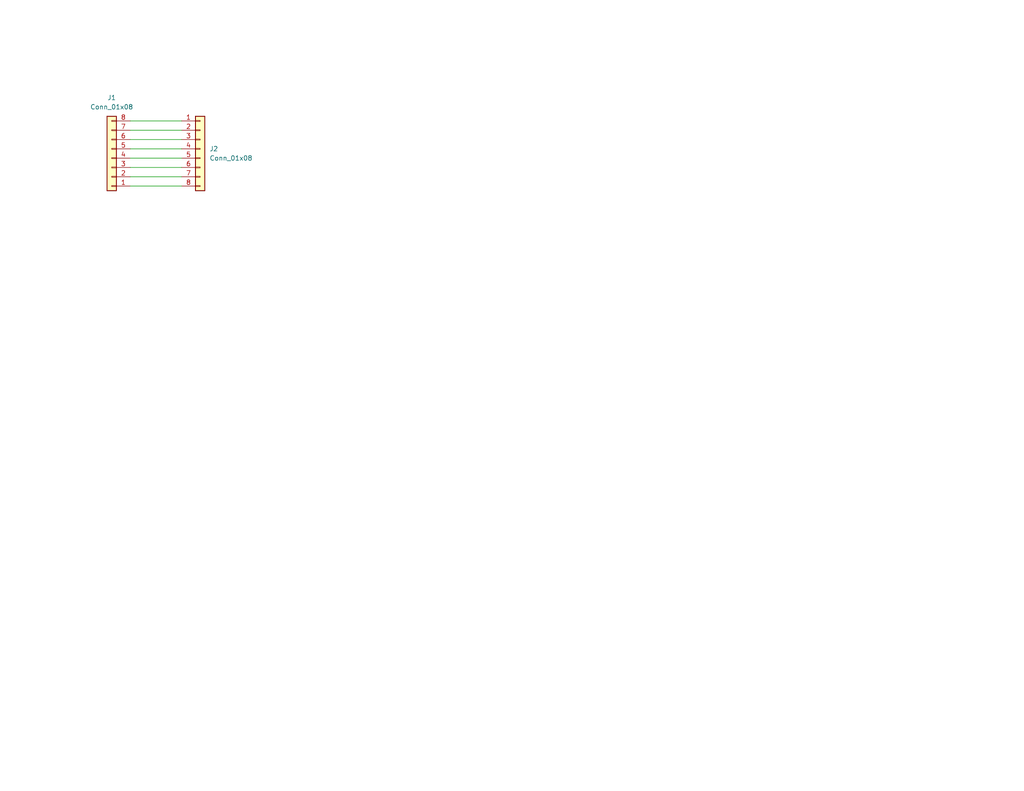
<source format=kicad_sch>
(kicad_sch (version 20231120) (generator "eeschema") (generator_version "8.0")
  (paper "A")
  (title_block (title "Balance Leads") (date "2024-03-06"))
  (lib_symbols
    (symbol "Connector_Generic:Conn_01x08" (pin_names (offset 1.016) hide)
      (property "Reference" "J" (at 0 10.16 0))
      (property "Value" "Conn_01x08" (at 0 -12.7 0))
      (symbol "Conn_01x08_1_1"
        (rectangle (start -1.27 -10.033) (end 0 -10.287) (stroke (width 0.1524)))
        (rectangle (start -1.27 -7.493) (end 0 -7.747) (stroke (width 0.1524)))
        (rectangle (start -1.27 -4.953) (end 0 -5.207) (stroke (width 0.1524)))
        (rectangle (start -1.27 -2.413) (end 0 -2.667) (stroke (width 0.1524)))
        (rectangle (start -1.27 0.127) (end 0 -0.127) (stroke (width 0.1524)))
        (rectangle (start -1.27 2.667) (end 0 2.413) (stroke (width 0.1524)))
        (rectangle (start -1.27 5.207) (end 0 4.953) (stroke (width 0.1524)))
        (rectangle (start -1.27 7.747) (end 0 7.493) (stroke (width 0.1524)))
        (rectangle (start -1.27 8.89) (end 1.27 -11.43) (stroke (width 0.254)) (fill (type background)))
        (pin passive line (at -5.08 7.62 0) (length 3.81) (name "Pin_1") (number "1"))
        (pin passive line (at -5.08 5.08 0) (length 3.81) (name "Pin_2") (number "2"))
        (pin passive line (at -5.08 2.54 0) (length 3.81) (name "Pin_3") (number "3"))
        (pin passive line (at -5.08 0 0) (length 3.81) (name "Pin_4") (number "4"))
        (pin passive line (at -5.08 -2.54 0) (length 3.81) (name "Pin_5") (number "5"))
        (pin passive line (at -5.08 -5.08 0) (length 3.81) (name "Pin_6") (number "6"))
        (pin passive line (at -5.08 -7.62 0) (length 3.81) (name "Pin_7") (number "7"))
        (pin passive line (at -5.08 -10.16 0) (length 3.81) (name "Pin_8") (number "8"))
      )
    )
  )
  (wire (pts (xy 35.56 40.64) (xy 49.53 40.64)))
  (wire (pts (xy 35.56 45.72) (xy 49.53 45.72)))
  (wire (pts (xy 35.56 48.26) (xy 49.53 48.26)))
  (wire (pts (xy 35.56 35.56) (xy 49.53 35.56)))
  (wire (pts (xy 35.56 43.18) (xy 49.53 43.18)))
  (wire (pts (xy 35.56 38.1) (xy 49.53 38.1)))
  (wire (pts (xy 35.56 50.8) (xy 49.53 50.8)))
  (wire (pts (xy 35.56 33.02) (xy 49.53 33.02)))
  (symbol (lib_id "Connector_Generic:Conn_01x08") (at 54.61 40.64 0) (unit 1)
    (property "Reference" "J2" (at 57.15 40.6399 0) (effects (justify left)))
    (property "Value" "Conn_01x08" (at 57.15 43.1799 0) (effects (justify left)))
    (property "Footprint" "Connector_JST:JST_EH_B8B-EH-A_1x08_P2.50mm_Vertical" (effects (hide yes)))
    (property "Description" "Generic connector, single row, 01x08, script generated (kicad-library-utils/schlib/autogen/connector/)" (effects (hide yes)))
  )
  (symbol (lib_id "Connector_Generic:Conn_01x08") (at 30.48 43.18 180) (unit 1)
    (property "Reference" "J1" (at 30.48 26.67 0))
    (property "Value" "Conn_01x08" (at 30.48 29.21 0))
    (property "Footprint" "Connector_JST:JST_EH_B8B-EH-A_1x08_P2.50mm_Vertical" (effects (hide yes)))
    (property "Description" "Generic connector, single row, 01x08, script generated (kicad-library-utils/schlib/autogen/connector/)" (effects (hide yes)))
  )
)
</source>
